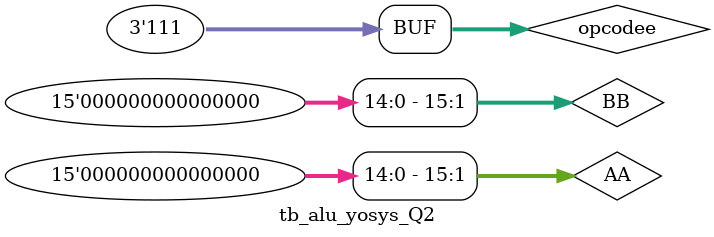
<source format=v>
`timescale 1ns / 1ns;
module tb_alu_yosys_Q2();
//Inputs
	reg signed[15:0] AA,BB;
 	reg[2:0] opcodee;
 	reg carryy;

//Outputs
 	wire signed[15:0] ww , wwYO , wwQ2;
 	wire zerr , zerrYO , zerrQ2;
 	wire negg , neggYO , neggQ2;
 // Verilog code for ALU
 	ALU my_alu(AA , BB , opcodee , carryy , ww , negg , zerr);
	ALU_YOSYS_FINALL my_alu_yo(AA , BB , opcodee , carryy , wwYO , neggYO , zerrYO);
	ALU_Q2 my_alu_q2(AA , BB , opcodee , carryy , wwQ2 , neggQ2 , zerrQ2);
    	initial begin
 	repeat (3) begin
      	AA = $random;
      	BB = $random;
      	carryy = $random;

	opcodee = 3'b0;
      	#1000;
	opcodee = 3'd1;
	#1000;
	opcodee = 3'd2;
	#1000;
	opcodee = 3'd3;
	#1000;
	opcodee = 3'd4;
	#1000;
	opcodee = 3'd5;
	#1000;
	opcodee = 3'd6;
	#1000;
	opcodee = 3'd7;
	#1000;
	end
    	end
endmodule

</source>
